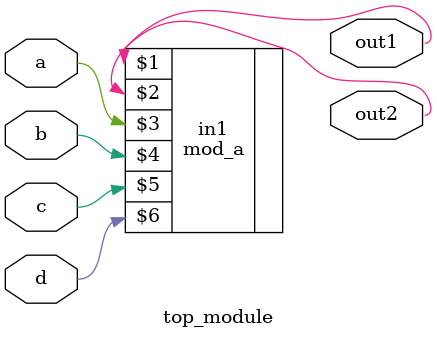
<source format=v>
module top_module ( 
    input a, 
    input b, 
    input c,
    input d,
    output out1,
    output out2
);
    mod_a in1(out1,out2,a,b,c,d);
endmodule
</source>
